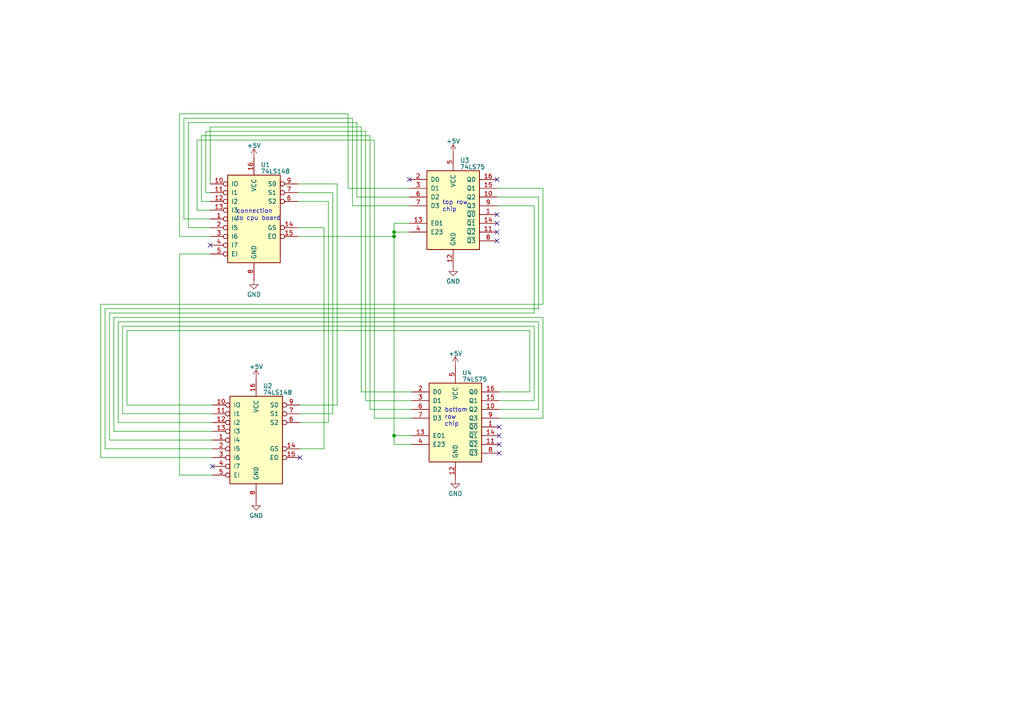
<source format=kicad_sch>
(kicad_sch (version 20230121) (generator eeschema)
  (paper "A4")
  (lib_symbols
    (symbol "74xx:74LS148" (pin_names (offset 1.016))
      (property "Reference" "U" (at -7.62 13.97 0))
      (property "Value" "74LS148" (at -7.62 -13.97 0))
      (symbol "74LS148_1_0"
        (pin input inverted (at -12.7 0 0) (length 5.08) (name "I4") (number "1"))
        (pin input inverted (at -12.7 10.16 0) (length 5.08) (name "IO") (number "10"))
        (pin input inverted (at -12.7 7.62 0) (length 5.08) (name "I1") (number "11"))
        (pin input inverted (at -12.7 5.08 0) (length 5.08) (name "I2") (number "12"))
        (pin input inverted (at -12.7 2.54 0) (length 5.08) (name "I3") (number "13"))
        (pin output inverted (at 12.7 -2.54 180) (length 5.08) (name "GS") (number "14"))
        (pin output inverted (at 12.7 -5.08 180) (length 5.08) (name "EO") (number "15"))
        (pin power_in line (at 0 17.78 270) (length 5.08) (name "VCC") (number "16"))
        (pin input inverted (at -12.7 -2.54 0) (length 5.08) (name "I5") (number "2"))
        (pin input inverted (at -12.7 -5.08 0) (length 5.08) (name "I6") (number "3"))
        (pin input inverted (at -12.7 -7.62 0) (length 5.08) (name "I7") (number "4"))
        (pin input inverted (at -12.7 -10.16 0) (length 5.08) (name "EI") (number "5"))
        (pin output inverted (at 12.7 5.08 180) (length 5.08) (name "S2") (number "6"))
        (pin output inverted (at 12.7 7.62 180) (length 5.08) (name "S1") (number "7"))
        (pin power_in line (at 0 -17.78 90) (length 5.08) (name "GND") (number "8"))
        (pin output inverted (at 12.7 10.16 180) (length 5.08) (name "S0") (number "9"))
      )
      (symbol "74LS148_1_1"
        (rectangle (start -7.62 12.7) (end 7.62 -12.7) (stroke (width 0.254)) (fill (type background)))
      )
    )
    (symbol "74xx:74LS75" (pin_names (offset 1.016))
      (property "Reference" "U" (at -7.62 11.43 0))
      (property "Value" "74LS75" (at -7.62 -13.97 0))
      (symbol "74LS75_1_0"
        (pin output line (at 12.7 -2.54 180) (length 5.08) (name "~{Q0}") (number "1"))
        (pin output line (at 12.7 2.54 180) (length 5.08) (name "Q2") (number "10"))
        (pin output line (at 12.7 -7.62 180) (length 5.08) (name "~{Q2}") (number "11"))
        (pin power_in line (at 0 -17.78 90) (length 5.08) (name "GND") (number "12"))
        (pin input line (at -12.7 -5.08 0) (length 5.08) (name "E01") (number "13"))
        (pin output line (at 12.7 -5.08 180) (length 5.08) (name "~{Q1}") (number "14"))
        (pin output line (at 12.7 5.08 180) (length 5.08) (name "Q1") (number "15"))
        (pin output line (at 12.7 7.62 180) (length 5.08) (name "Q0") (number "16"))
        (pin input line (at -12.7 7.62 0) (length 5.08) (name "D0") (number "2"))
        (pin input line (at -12.7 5.08 0) (length 5.08) (name "D1") (number "3"))
        (pin input line (at -12.7 -7.62 0) (length 5.08) (name "E23") (number "4"))
        (pin power_in line (at 0 15.24 270) (length 5.08) (name "VCC") (number "5"))
        (pin input line (at -12.7 2.54 0) (length 5.08) (name "D2") (number "6"))
        (pin input line (at -12.7 0 0) (length 5.08) (name "D3") (number "7"))
        (pin output line (at 12.7 -10.16 180) (length 5.08) (name "~{Q3}") (number "8"))
        (pin output line (at 12.7 0 180) (length 5.08) (name "Q3") (number "9"))
      )
      (symbol "74LS75_1_1"
        (rectangle (start -7.62 10.16) (end 7.62 -12.7) (stroke (width 0.254)) (fill (type background)))
      )
    )
    (symbol "power:+5V" (power) (pin_names (offset 0))
      (property "Value" "+5V" (at 0 3.556 0))
      (symbol "+5V_0_1"
        (polyline (pts (xy -0.762 1.27) (xy 0 2.54)))
        (polyline (pts (xy 0 0) (xy 0 2.54)))
        (polyline (pts (xy 0 2.54) (xy 0.762 1.27)))
      )
      (symbol "+5V_1_1"
        (pin power_in line (at 0 0 90) (length 0) hide (name "+5V") (number "1"))
      )
    )
    (symbol "power:GND" (power) (pin_names (offset 0))
      (property "Value" "GND" (at 0 -3.81 0))
      (symbol "GND_0_1"
        (polyline (pts (xy 0 0) (xy 0 -1.27) (xy 1.27 -1.27) (xy 0 -2.54) (xy -1.27 -1.27) (xy 0 -1.27)))
      )
      (symbol "GND_1_1"
        (pin power_in line (at 0 0 270) (length 0) hide (name "GND") (number "1"))
      )
    )
  )
  (junction (at 114.3 67.31))
  (junction (at 114.3 126.365))
  (junction (at 114.3 68.58))
  (no_connect (at 61.595 135.255))
  (no_connect (at 144.78 126.365))
  (no_connect (at 144.78 123.825))
  (no_connect (at 60.96 71.12))
  (no_connect (at 144.145 64.77))
  (no_connect (at 144.145 62.23))
  (no_connect (at 144.145 69.85))
  (no_connect (at 86.995 132.715))
  (no_connect (at 144.145 52.07))
  (no_connect (at 118.745 52.07))
  (no_connect (at 144.78 131.445))
  (no_connect (at 144.78 128.905))
  (no_connect (at 144.145 67.31))
  (wire (pts (xy 97.79 117.475) (xy 97.79 53.34)))
  (wire (pts (xy 106.045 116.205) (xy 119.38 116.205)))
  (wire (pts (xy 35.56 120.015) (xy 35.56 94.615)))
  (wire (pts (xy 60.96 63.5) (xy 53.34 63.5)))
  (wire (pts (xy 114.3 68.58) (xy 114.3 67.31)))
  (wire (pts (xy 60.96 60.96) (xy 57.15 60.96)))
  (wire (pts (xy 57.15 40.64) (xy 108.585 40.64)))
  (wire (pts (xy 86.995 117.475) (xy 97.79 117.475)))
  (wire (pts (xy 104.775 113.665) (xy 119.38 113.665)))
  (wire (pts (xy 108.585 121.285) (xy 119.38 121.285)))
  (wire (pts (xy 114.3 126.365) (xy 114.3 128.905)))
  (wire (pts (xy 60.96 73.66) (xy 52.07 73.66)))
  (wire (pts (xy 60.96 68.58) (xy 52.07 68.58)))
  (wire (pts (xy 52.07 73.66) (xy 52.07 137.795)))
  (wire (pts (xy 54.61 35.56) (xy 103.505 35.56)))
  (wire (pts (xy 34.29 122.555) (xy 34.29 93.345)))
  (wire (pts (xy 60.96 58.42) (xy 58.42 58.42)))
  (wire (pts (xy 57.15 60.96) (xy 57.15 40.64)))
  (wire (pts (xy 61.595 122.555) (xy 34.29 122.555)))
  (wire (pts (xy 107.315 39.37) (xy 107.315 118.745)))
  (wire (pts (xy 60.96 53.34) (xy 60.96 36.83)))
  (wire (pts (xy 95.25 58.42) (xy 95.25 122.555)))
  (wire (pts (xy 61.595 120.015) (xy 35.56 120.015)))
  (wire (pts (xy 107.315 118.745) (xy 119.38 118.745)))
  (wire (pts (xy 96.52 55.88) (xy 96.52 120.015)))
  (wire (pts (xy 103.505 57.15) (xy 118.745 57.15)))
  (wire (pts (xy 33.02 125.095) (xy 33.02 92.075)))
  (wire (pts (xy 36.83 117.475) (xy 36.83 95.885)))
  (wire (pts (xy 104.775 36.83) (xy 104.775 113.665)))
  (wire (pts (xy 86.36 68.58) (xy 114.3 68.58)))
  (wire (pts (xy 61.595 117.475) (xy 36.83 117.475)))
  (wire (pts (xy 93.98 130.175) (xy 86.995 130.175)))
  (wire (pts (xy 59.69 38.1) (xy 106.045 38.1)))
  (wire (pts (xy 100.965 54.61) (xy 118.745 54.61)))
  (wire (pts (xy 61.595 130.175) (xy 30.48 130.175)))
  (wire (pts (xy 96.52 120.015) (xy 86.995 120.015)))
  (wire (pts (xy 154.94 94.615) (xy 154.94 116.205)))
  (wire (pts (xy 114.3 68.58) (xy 114.3 126.365)))
  (wire (pts (xy 30.48 130.175) (xy 30.48 89.535)))
  (wire (pts (xy 153.67 95.885) (xy 153.67 113.665)))
  (wire (pts (xy 156.21 93.345) (xy 156.21 118.745)))
  (wire (pts (xy 54.61 66.04) (xy 54.61 35.56)))
  (wire (pts (xy 52.07 137.795) (xy 61.595 137.795)))
  (wire (pts (xy 29.21 132.715) (xy 61.595 132.715)))
  (wire (pts (xy 157.48 88.265) (xy 29.21 88.265)))
  (wire (pts (xy 156.21 57.15) (xy 144.145 57.15)))
  (wire (pts (xy 31.75 127.635) (xy 31.75 90.805)))
  (wire (pts (xy 86.36 55.88) (xy 96.52 55.88)))
  (wire (pts (xy 102.235 59.69) (xy 118.745 59.69)))
  (wire (pts (xy 86.36 58.42) (xy 95.25 58.42)))
  (wire (pts (xy 156.21 118.745) (xy 144.78 118.745)))
  (wire (pts (xy 114.3 67.31) (xy 114.3 64.77)))
  (wire (pts (xy 103.505 35.56) (xy 103.505 57.15)))
  (wire (pts (xy 60.96 36.83) (xy 104.775 36.83)))
  (wire (pts (xy 156.21 89.535) (xy 156.21 57.15)))
  (wire (pts (xy 100.965 33.02) (xy 100.965 54.61)))
  (wire (pts (xy 58.42 39.37) (xy 107.315 39.37)))
  (wire (pts (xy 114.3 67.31) (xy 118.745 67.31)))
  (wire (pts (xy 86.36 66.04) (xy 93.98 66.04)))
  (wire (pts (xy 114.3 64.77) (xy 118.745 64.77)))
  (wire (pts (xy 97.79 53.34) (xy 86.36 53.34)))
  (wire (pts (xy 61.595 127.635) (xy 31.75 127.635)))
  (wire (pts (xy 53.34 34.29) (xy 102.235 34.29)))
  (wire (pts (xy 29.21 88.265) (xy 29.21 132.715)))
  (wire (pts (xy 114.3 128.905) (xy 119.38 128.905)))
  (wire (pts (xy 157.48 92.075) (xy 157.48 121.285)))
  (wire (pts (xy 61.595 125.095) (xy 33.02 125.095)))
  (wire (pts (xy 53.34 63.5) (xy 53.34 34.29)))
  (wire (pts (xy 157.48 121.285) (xy 144.78 121.285)))
  (wire (pts (xy 95.25 122.555) (xy 86.995 122.555)))
  (wire (pts (xy 36.83 95.885) (xy 153.67 95.885)))
  (wire (pts (xy 59.69 55.88) (xy 59.69 38.1)))
  (wire (pts (xy 93.98 66.04) (xy 93.98 130.175)))
  (wire (pts (xy 31.75 90.805) (xy 154.94 90.805)))
  (wire (pts (xy 30.48 89.535) (xy 156.21 89.535)))
  (wire (pts (xy 154.94 116.205) (xy 144.78 116.205)))
  (wire (pts (xy 52.07 33.02) (xy 100.965 33.02)))
  (wire (pts (xy 34.29 93.345) (xy 156.21 93.345)))
  (wire (pts (xy 114.3 126.365) (xy 119.38 126.365)))
  (wire (pts (xy 157.48 54.61) (xy 157.48 88.265)))
  (wire (pts (xy 33.02 92.075) (xy 157.48 92.075)))
  (wire (pts (xy 144.145 54.61) (xy 157.48 54.61)))
  (wire (pts (xy 60.96 55.88) (xy 59.69 55.88)))
  (wire (pts (xy 58.42 58.42) (xy 58.42 39.37)))
  (wire (pts (xy 35.56 94.615) (xy 154.94 94.615)))
  (wire (pts (xy 154.94 59.69) (xy 144.145 59.69)))
  (wire (pts (xy 102.235 34.29) (xy 102.235 59.69)))
  (wire (pts (xy 60.96 66.04) (xy 54.61 66.04)))
  (wire (pts (xy 108.585 40.64) (xy 108.585 121.285)))
  (wire (pts (xy 52.07 68.58) (xy 52.07 33.02)))
  (wire (pts (xy 106.045 38.1) (xy 106.045 116.205)))
  (wire (pts (xy 154.94 90.805) (xy 154.94 59.69)))
  (wire (pts (xy 153.67 113.665) (xy 144.78 113.665)))
  (text "top row\nchip" (at 128.27 61.595 0) (effects (font (size 1.27 1.27)) (justify left bottom)))
  (text "bottom\nrow\nchip" (at 128.905 123.825 0) (effects (font (size 1.27 1.27)) (justify left bottom)))
  (text "connection\nto cpu board" (at 68.58 64.135 0) (effects (font (size 1.27 1.27)) (justify left bottom)))
  (symbol (lib_id "power:GND") (at 73.66 81.28 0) (unit 1)
    (property "Reference" "#PWR01" (effects hide))
    (property "Value" "GND" (at 73.66 85.4155 0))
  )
  (symbol (lib_id "power:GND") (at 132.08 139.065 0) (unit 1)
    (property "Reference" "#PWR05" (effects hide))
    (property "Value" "GND" (at 132.08 143.2005 0))
  )
  (symbol (lib_id "74xx:74LS148") (at 73.66 63.5 0) (unit 1)
    (property "Reference" "U1" (at 75.6159 47.7901 0) (effects (justify left)))
    (property "Value" "74LS148" (at 75.6159 49.7111 0) (effects (justify left)))
    (property "Footprint" "Package_DIP:DIP-16_W7.62mm" (effects hide))
    (property "Datasheet" "http://www.ti.com/lit/gpn/sn74LS148" (effects hide))
  )
  (symbol (lib_id "74xx:74LS75") (at 132.08 121.285 0) (unit 1)
    (property "Reference" "U4" (at 134.0359 108.1151 0) (effects (justify left)))
    (property "Value" "74LS75" (at 134.0359 110.0361 0) (effects (justify left)))
    (property "Footprint" "Package_DIP:DIP-16_W7.62mm" (effects hide))
    (property "Datasheet" "http://www.ti.com/lit/gpn/sn74LS75" (effects hide))
  )
  (symbol (lib_id "power:+5V") (at 73.66 45.72 0) (unit 1)
    (property "Reference" "#PWR02" (effects hide))
    (property "Value" "+5V" (at 73.66 42.2181 0))
  )
  (symbol (lib_id "power:+5V") (at 131.445 44.45 0) (unit 1)
    (property "Reference" "#PWR07" (effects hide))
    (property "Value" "+5V" (at 131.445 40.9481 0))
  )
  (symbol (lib_id "74xx:74LS148") (at 74.295 127.635 0) (unit 1)
    (property "Reference" "U2" (at 76.2509 111.9251 0) (effects (justify left)))
    (property "Value" "74LS148" (at 76.2509 113.8461 0) (effects (justify left)))
    (property "Footprint" "Package_DIP:DIP-16_W7.62mm" (effects hide))
    (property "Datasheet" "http://www.ti.com/lit/gpn/sn74LS148" (effects hide))
  )
  (symbol (lib_id "74xx:74LS75") (at 131.445 59.69 0) (unit 1)
    (property "Reference" "U3" (at 133.4009 46.5201 0) (effects (justify left)))
    (property "Value" "74LS75" (at 133.4009 48.4411 0) (effects (justify left)))
    (property "Footprint" "Package_DIP:DIP-16_W7.62mm" (effects hide))
    (property "Datasheet" "http://www.ti.com/lit/gpn/sn74LS75" (effects hide))
  )
  (symbol (lib_id "power:GND") (at 74.295 145.415 0) (unit 1)
    (property "Reference" "#PWR03" (effects hide))
    (property "Value" "GND" (at 74.295 149.5505 0))
  )
  (symbol (lib_id "power:GND") (at 131.445 77.47 0) (unit 1)
    (property "Reference" "#PWR04" (effects hide))
    (property "Value" "GND" (at 131.445 81.6055 0))
  )
  (symbol (lib_id "power:+5V") (at 132.08 106.045 0) (unit 1)
    (property "Reference" "#PWR08" (effects hide))
    (property "Value" "+5V" (at 132.08 102.5431 0))
  )
  (symbol (lib_id "power:+5V") (at 74.295 109.855 0) (unit 1)
    (property "Reference" "#PWR06" (effects hide))
    (property "Value" "+5V" (at 74.295 106.3531 0))
  )
)
</source>
